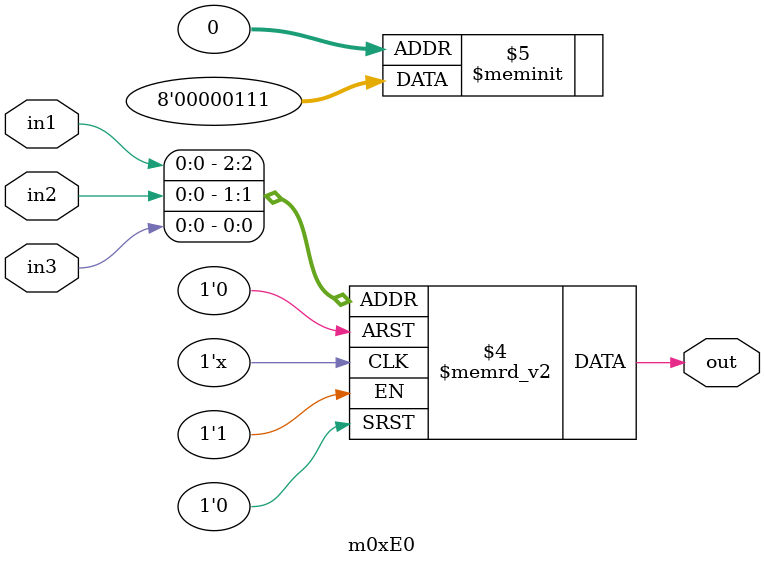
<source format=v>
module m0xE0(output out, input in1, in2, in3);

   always @(in1, in2, in3)
     begin
        case({in1, in2, in3})
          3'b000: {out} = 1'b1;
          3'b001: {out} = 1'b1;
          3'b010: {out} = 1'b1;
          3'b011: {out} = 1'b0;
          3'b100: {out} = 1'b0;
          3'b101: {out} = 1'b0;
          3'b110: {out} = 1'b0;
          3'b111: {out} = 1'b0;
        endcase // case ({in1, in2, in3})
     end // always @ (in1, in2, in3)

endmodule // m0xE0
</source>
